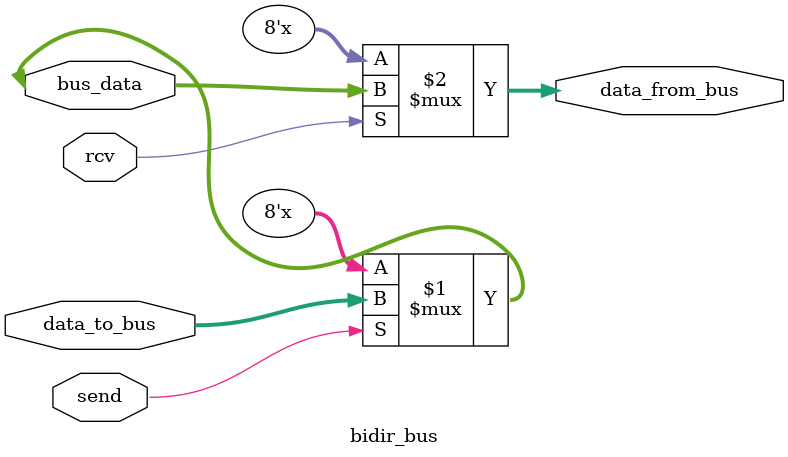
<source format=v>
`timescale 1ns / 1ps


module bidir_bus(
    input send,
    input [7:0] data_to_bus,
    input rcv,
    output [7:0] data_from_bus,
    inout [7:0] bus_data
    );

    assign bus_data = (send) ? data_to_bus : 8'bzz; // send data to bus when send is high
    assign data_from_bus = (rcv) ? bus_data : 8'bzz;

endmodule

</source>
